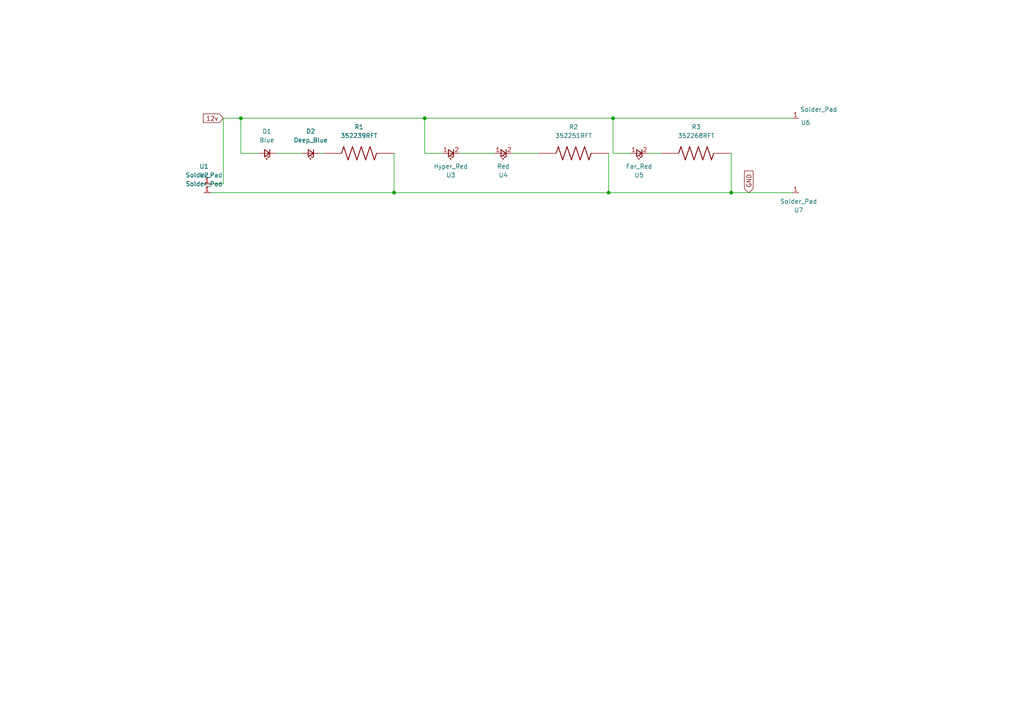
<source format=kicad_sch>
(kicad_sch (version 20211123) (generator eeschema)
  (paper "A4")
  (lib_symbols
    (symbol "352239RFT:352239RFT" (pin_numbers hide) (pin_names (offset 1.016) hide)
      (property "Reference" "R" (at -7.62 2.54 0))
      (property "Value" "352239RFT" (at -7.62 -5.08 0))
      (symbol "352239RFT_0_0"
        (polyline (pts (xy -5.08 0) (xy -4.445 1.905)) (stroke (width 0.254)))
        (polyline (pts (xy -4.445 1.905) (xy -3.175 -1.905)) (stroke (width 0.254)))
        (polyline (pts (xy -3.175 -1.905) (xy -1.905 1.905)) (stroke (width 0.254)))
        (polyline (pts (xy -1.905 1.905) (xy -0.635 -1.905)) (stroke (width 0.254)))
        (polyline (pts (xy -0.635 -1.905) (xy 0.635 1.905)) (stroke (width 0.254)))
        (polyline (pts (xy 0.635 1.905) (xy 1.905 -1.905)) (stroke (width 0.254)))
        (polyline (pts (xy 1.905 -1.905) (xy 3.175 1.905)) (stroke (width 0.254)))
        (polyline (pts (xy 3.175 1.905) (xy 4.445 -1.905)) (stroke (width 0.254)))
        (polyline (pts (xy 4.445 -1.905) (xy 5.08 0)) (stroke (width 0.254)))
        (pin passive line (at -10.16 0 0) (length 5.08) (name "~") (number "1"))
        (pin passive line (at 10.16 0 180) (length 5.08) (name "~") (number "2"))
      )
    )
    (symbol "352251RFT:352251RFT" (pin_numbers hide) (pin_names (offset 1.016) hide)
      (property "Reference" "R" (at -7.62 2.54 0))
      (property "Value" "352251RFT" (at -7.62 -5.08 0))
      (symbol "352251RFT_0_0"
        (polyline (pts (xy -5.08 0) (xy -4.445 1.905)) (stroke (width 0.254)))
        (polyline (pts (xy -4.445 1.905) (xy -3.175 -1.905)) (stroke (width 0.254)))
        (polyline (pts (xy -3.175 -1.905) (xy -1.905 1.905)) (stroke (width 0.254)))
        (polyline (pts (xy -1.905 1.905) (xy -0.635 -1.905)) (stroke (width 0.254)))
        (polyline (pts (xy -0.635 -1.905) (xy 0.635 1.905)) (stroke (width 0.254)))
        (polyline (pts (xy 0.635 1.905) (xy 1.905 -1.905)) (stroke (width 0.254)))
        (polyline (pts (xy 1.905 -1.905) (xy 3.175 1.905)) (stroke (width 0.254)))
        (polyline (pts (xy 3.175 1.905) (xy 4.445 -1.905)) (stroke (width 0.254)))
        (polyline (pts (xy 4.445 -1.905) (xy 5.08 0)) (stroke (width 0.254)))
        (pin passive line (at -10.16 0 0) (length 5.08) (name "~") (number "1"))
        (pin passive line (at 10.16 0 180) (length 5.08) (name "~") (number "2"))
      )
    )
    (symbol "352268RFT:352268RFT" (pin_numbers hide) (pin_names (offset 1.016) hide)
      (property "Reference" "R" (at -7.62 2.54 0))
      (property "Value" "352268RFT" (at -7.62 -5.08 0))
      (symbol "352268RFT_0_0"
        (polyline (pts (xy -5.08 0) (xy -4.445 1.905)) (stroke (width 0.254)))
        (polyline (pts (xy -4.445 1.905) (xy -3.175 -1.905)) (stroke (width 0.254)))
        (polyline (pts (xy -3.175 -1.905) (xy -1.905 1.905)) (stroke (width 0.254)))
        (polyline (pts (xy -1.905 1.905) (xy -0.635 -1.905)) (stroke (width 0.254)))
        (polyline (pts (xy -0.635 -1.905) (xy 0.635 1.905)) (stroke (width 0.254)))
        (polyline (pts (xy 0.635 1.905) (xy 1.905 -1.905)) (stroke (width 0.254)))
        (polyline (pts (xy 1.905 -1.905) (xy 3.175 1.905)) (stroke (width 0.254)))
        (polyline (pts (xy 3.175 1.905) (xy 4.445 -1.905)) (stroke (width 0.254)))
        (polyline (pts (xy 4.445 -1.905) (xy 5.08 0)) (stroke (width 0.254)))
        (pin passive line (at -10.16 0 0) (length 5.08) (name "~") (number "1"))
        (pin passive line (at 10.16 0 180) (length 5.08) (name "~") (number "2"))
      )
    )
    (symbol "Library:Blue" (pin_numbers hide) (pin_names (offset 0.254) hide)
      (property "Reference" "D" (at -1.27 3.175 0))
      (property "Value" "Blue" (at -2.54 -2.54 0))
      (symbol "Blue_0_1"
        (polyline (pts (xy -0.762 -1.016) (xy -0.762 1.016)) (stroke (width 0.254)))
        (polyline (pts (xy 1.016 0) (xy -0.762 0)))
        (polyline (pts (xy 0.762 -1.016) (xy -0.762 0) (xy 0.762 1.016) (xy 0.762 -1.016)) (stroke (width 0.254)))
        (polyline (pts (xy 0 0.762) (xy -0.508 1.27) (xy -0.254 1.27) (xy -0.508 1.27) (xy -0.508 1.016)))
        (polyline (pts (xy 0.508 1.27) (xy 0 1.778) (xy 0.254 1.778) (xy 0 1.778) (xy 0 1.524)))
      )
      (symbol "Blue_1_1"
        (pin input line (at 2.54 0 180) (length 1.778) (name "A") (number "1"))
        (pin output line (at -2.54 0 0) (length 1.778) (name "K") (number "2"))
      )
    )
    (symbol "Library:Deep_Blue" (pin_numbers hide) (pin_names (offset 0.254) hide)
      (property "Reference" "D" (at -1.27 3.175 0))
      (property "Value" "Deep_Blue" (at -4.445 -2.54 0))
      (symbol "Deep_Blue_0_1"
        (polyline (pts (xy -0.762 -1.016) (xy -0.762 1.016)) (stroke (width 0.254)))
        (polyline (pts (xy 1.016 0) (xy -0.762 0)))
        (polyline (pts (xy 0.762 -1.016) (xy -0.762 0) (xy 0.762 1.016) (xy 0.762 -1.016)) (stroke (width 0.254)))
        (polyline (pts (xy 0 0.762) (xy -0.508 1.27) (xy -0.254 1.27) (xy -0.508 1.27) (xy -0.508 1.016)))
        (polyline (pts (xy 0.508 1.27) (xy 0 1.778) (xy 0.254 1.778) (xy 0 1.778) (xy 0 1.524)))
      )
      (symbol "Deep_Blue_1_1"
        (pin input line (at 2.54 0 180) (length 1.778) (name "A") (number "1"))
        (pin output line (at -2.54 0 0) (length 1.778) (name "K") (number "2"))
      )
    )
    (symbol "Library:Far_Red"
      (property "Reference" "U" (at 0 2.54 0))
      (property "Value" "Far_Red" (at 0 -2.54 0))
      (symbol "Far_Red_0_1"
        (polyline (pts (xy 1.778 -1.016) (xy 1.778 1.016)) (stroke (width 0.254)))
        (polyline (pts (xy 3.556 0) (xy 1.778 0)))
        (polyline (pts (xy 3.302 -1.016) (xy 1.778 0) (xy 3.302 1.016) (xy 3.302 -1.016)) (stroke (width 0.254)))
        (polyline (pts (xy 2.54 0.762) (xy 2.032 1.27) (xy 2.286 1.27) (xy 2.032 1.27) (xy 2.032 1.016)))
        (polyline (pts (xy 3.048 1.27) (xy 2.54 1.778) (xy 2.794 1.778) (xy 2.54 1.778) (xy 2.54 1.524)))
      )
      (symbol "Far_Red_1_1"
        (pin input line (at 5.08 0 180) (length 1.778) (name "") (number "1"))
        (pin output line (at 0 0 0) (length 1.778) (name "") (number "2"))
      )
    )
    (symbol "Library:Hyper_Red"
      (property "Reference" "U" (at 0 3.81 0))
      (property "Value" "Hyper_Red" (at 0 -2.54 0))
      (symbol "Hyper_Red_0_1"
        (polyline (pts (xy -0.762 -1.016) (xy -0.762 1.016)) (stroke (width 0.254)))
        (polyline (pts (xy 1.016 0) (xy -0.762 0)))
        (polyline (pts (xy 0.762 -1.016) (xy -0.762 0) (xy 0.762 1.016) (xy 0.762 -1.016)) (stroke (width 0.254)))
        (polyline (pts (xy 0 0.762) (xy -0.508 1.27) (xy -0.254 1.27) (xy -0.508 1.27) (xy -0.508 1.016)))
        (polyline (pts (xy 0.508 1.27) (xy 0 1.778) (xy 0.254 1.778) (xy 0 1.778) (xy 0 1.524)))
      )
      (symbol "Hyper_Red_1_1"
        (pin input line (at 2.54 0 180) (length 1.778) (name "") (number "1"))
        (pin output line (at -2.54 0 0) (length 1.778) (name "") (number "2"))
      )
    )
    (symbol "Library:Red"
      (property "Reference" "U" (at 0 2.54 0))
      (property "Value" "Red" (at 0 -2.54 0))
      (symbol "Red_0_1"
        (polyline (pts (xy 1.778 -1.016) (xy 1.778 1.016)) (stroke (width 0.254)))
        (polyline (pts (xy 3.556 0) (xy 1.778 0)))
        (polyline (pts (xy 3.302 -1.016) (xy 1.778 0) (xy 3.302 1.016) (xy 3.302 -1.016)) (stroke (width 0.254)))
        (polyline (pts (xy 2.54 0.762) (xy 2.032 1.27) (xy 2.286 1.27) (xy 2.032 1.27) (xy 2.032 1.016)))
        (polyline (pts (xy 3.048 1.27) (xy 2.54 1.778) (xy 2.794 1.778) (xy 2.54 1.778) (xy 2.54 1.524)))
      )
      (symbol "Red_1_1"
        (pin input line (at 5.08 0 180) (length 1.778) (name "") (number "1"))
        (pin output line (at 0 0 0) (length 1.778) (name "") (number "2"))
      )
    )
    (symbol "Library:Solder_Pad"
      (property "Reference" "U" (at 0 2.54 0))
      (property "Value" "Solder_Pad" (at 0 -2.54 0))
      (symbol "Solder_Pad_1_1"
        (pin bidirectional line (at 0 0 0) (length 1.778) (name "") (number "1"))
      )
    )
  )
  (junction (at 176.53 55.88))
  (junction (at 123.19 34.29))
  (junction (at 69.85 34.29))
  (junction (at 114.3 55.88))
  (junction (at 212.09 55.88))
  (junction (at 177.8 34.29))
  (wire (pts (xy 69.85 34.29) (xy 69.85 44.45)))
  (wire (pts (xy 69.85 44.45) (xy 74.93 44.45)))
  (wire (pts (xy 128.27 44.45) (xy 123.19 44.45)))
  (wire (pts (xy 177.8 34.29) (xy 177.8 44.45)))
  (wire (pts (xy 212.09 55.88) (xy 229.87 55.88)))
  (wire (pts (xy 148.59 44.45) (xy 156.21 44.45)))
  (wire (pts (xy 60.96 55.88) (xy 114.3 55.88)))
  (wire (pts (xy 64.77 53.34) (xy 60.96 53.34)))
  (wire (pts (xy 176.53 44.45) (xy 176.53 55.88)))
  (wire (pts (xy 80.01 44.45) (xy 87.63 44.45)))
  (wire (pts (xy 212.09 44.45) (xy 212.09 55.88)))
  (wire (pts (xy 187.96 44.45) (xy 191.77 44.45)))
  (wire (pts (xy 64.77 34.29) (xy 69.85 34.29)))
  (wire (pts (xy 177.8 34.29) (xy 229.87 34.29)))
  (wire (pts (xy 176.53 55.88) (xy 212.09 55.88)))
  (wire (pts (xy 114.3 44.45) (xy 114.3 55.88)))
  (wire (pts (xy 92.71 44.45) (xy 93.98 44.45)))
  (wire (pts (xy 114.3 55.88) (xy 176.53 55.88)))
  (wire (pts (xy 123.19 34.29) (xy 177.8 34.29)))
  (wire (pts (xy 64.77 34.29) (xy 64.77 53.34)))
  (wire (pts (xy 123.19 34.29) (xy 123.19 44.45)))
  (wire (pts (xy 133.35 44.45) (xy 143.51 44.45)))
  (wire (pts (xy 182.88 44.45) (xy 177.8 44.45)))
  (wire (pts (xy 69.85 34.29) (xy 123.19 34.29)))
  (global_label "GND" (shape input) (at 217.17 55.88 90) (property "Intersheet References" "${INTERSHEET_REFS}" (effects hide)))
  (global_label "12v" (shape input) (at 64.77 34.29 180) (property "Intersheet References" "${INTERSHEET_REFS}" (effects hide)))
  (symbol (lib_id "Library:Deep_Blue") (at 90.17 44.45 180) (unit 1)
    (property "Reference" "D2" (at 90.1065 38.1 0))
    (property "Value" "Deep_Blue" (at 90.1065 40.64 0))
    (property "Footprint" "Library:Deep Blue" (effects hide))
  )
  (symbol (lib_id "Library:Solder_Pad") (at 60.96 53.34 180) (unit 1)
    (property "Reference" "U1" (at 59.182 48.26 0))
    (property "Value" "Solder_Pad" (at 59.182 50.8 0))
    (property "Footprint" "Library:Solder Pad" (effects hide))
  )
  (symbol (lib_id "Library:Blue") (at 77.47 44.45 180) (unit 1)
    (property "Reference" "D1" (at 77.4065 38.1 0))
    (property "Value" "Blue" (at 77.4065 40.64 0))
    (property "Footprint" "Library:Blue" (effects hide))
  )
  (symbol (lib_id "Library:Red") (at 148.59 44.45 180) (unit 1)
    (property "Reference" "U4" (at 145.9865 50.8 0))
    (property "Value" "Red" (at 145.9865 48.26 0))
    (property "Footprint" "Library:Red" (effects hide))
  )
  (symbol (lib_id "Library:Solder_Pad") (at 229.87 34.29 0) (unit 1)
    (property "Reference" "U6" (at 233.68 35.56 0))
    (property "Value" "Solder_Pad" (at 237.49 31.75 0))
    (property "Footprint" "Library:Solder Pad" (effects hide))
  )
  (symbol (lib_id "Library:Solder_Pad") (at 229.87 55.88 0) (unit 1)
    (property "Reference" "U7" (at 231.648 60.96 0))
    (property "Value" "Solder_Pad" (at 231.648 58.42 0))
    (property "Footprint" "Library:Solder Pad" (effects hide))
  )
  (symbol (lib_id "Library:Far_Red") (at 187.96 44.45 180) (unit 1)
    (property "Reference" "U5" (at 185.3565 50.8 0))
    (property "Value" "Far_Red" (at 185.3565 48.26 0))
    (property "Footprint" "Library:Far Red" (effects hide))
  )
  (symbol (lib_id "352268RFT:352268RFT") (at 201.93 44.45 0) (unit 1)
    (property "Reference" "R3" (at 201.93 36.83 0))
    (property "Value" "352268RFT" (at 201.93 39.37 0))
    (property "Footprint" "SnapEDA Library:RESC6332X120N" (effects hide))
  )
  (symbol (lib_id "352239RFT:352239RFT") (at 104.14 44.45 0) (unit 1)
    (property "Reference" "R1" (at 104.14 36.83 0))
    (property "Value" "352239RFT" (at 104.14 39.37 0))
    (property "Footprint" "SnapEDA Library:RESC6332X120N" (effects hide))
  )
  (symbol (lib_id "Library:Hyper_Red") (at 130.81 44.45 180) (unit 1)
    (property "Reference" "U3" (at 130.7465 50.8 0))
    (property "Value" "Hyper_Red" (at 130.7465 48.26 0))
    (property "Footprint" "Library:Hyper Red" (effects hide))
  )
  (symbol (lib_id "352251RFT:352251RFT") (at 166.37 44.45 0) (unit 1)
    (property "Reference" "R2" (at 166.37 36.83 0))
    (property "Value" "352251RFT" (at 166.37 39.37 0))
    (property "Footprint" "SnapEDA Library:RESC6332X120N" (effects hide))
  )
  (symbol (lib_id "Library:Solder_Pad") (at 60.96 55.88 180) (unit 1)
    (property "Reference" "U2" (at 59.182 50.8 0))
    (property "Value" "Solder_Pad" (at 59.182 53.34 0))
    (property "Footprint" "Library:Solder Pad" (effects hide))
  )
)
</source>
